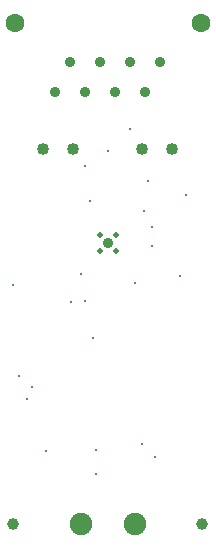
<source format=gbr>
%FSTAX23Y23*%
%MOIN*%
%SFA1B1*%

%IPPOS*%
%ADD61C,0.035433*%
%ADD62C,0.019685*%
%ADD63C,0.019685*%
%ADD64C,0.039370*%
%ADD65C,0.074803*%
%ADD66C,0.040157*%
%ADD67C,0.062992*%
%ADD68C,0.011811*%
%LNwol_pcb_pth_drill-1*%
%LPD*%
G54D61*
X00393Y01023D03*
X00218Y01528D03*
X00268Y01628D03*
X00318Y01528D03*
X00368Y01628D03*
X00418Y01528D03*
X00468Y01628D03*
X00518Y01528D03*
X00568Y01628D03*
G54D62*
X00421Y00996D03*
X00366Y01051D03*
G54D63*
X00421Y01051D03*
X00366Y00996D03*
G54D64*
X00708Y00086D03*
X00078D03*
G54D65*
X00482Y00088D03*
X00305D03*
G54D66*
X00608Y01338D03*
X00508D03*
X00278D03*
X00178D03*
G54D67*
X00704Y01758D03*
X00082D03*
G54D68*
X00303Y00921D03*
X00078Y00885D03*
X00342Y00708D03*
X00507Y00354D03*
X00551Y00311D03*
X00098Y00582D03*
X00125Y00503D03*
X00653Y01185D03*
X00141Y00543D03*
X00633Y00913D03*
X00271Y00826D03*
X00484Y00889D03*
X00515Y01129D03*
X00539Y01078D03*
X00318Y0083D03*
Y01279D03*
X00393Y0133D03*
X00527Y01232D03*
X00468Y01405D03*
X00334Y01165D03*
X00188Y0033D03*
X00539Y01013D03*
X00354Y00334D03*
Y00255D03*
M02*
</source>
